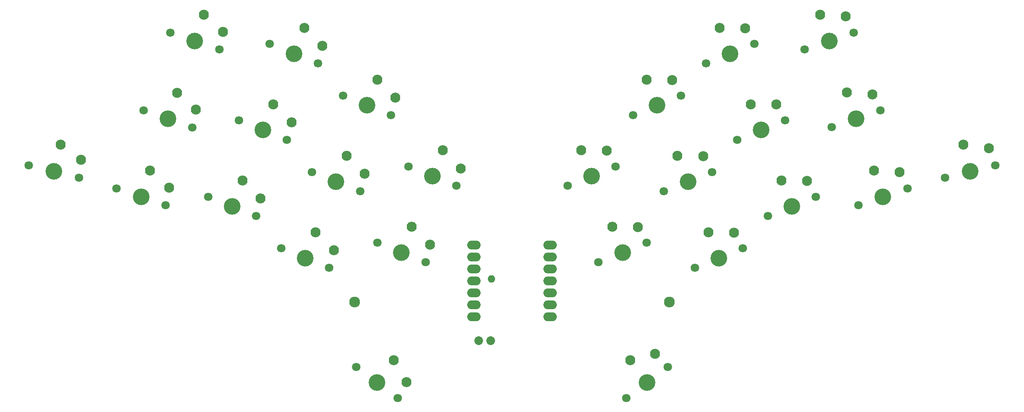
<source format=gbr>
%TF.GenerationSoftware,KiCad,Pcbnew,8.0.4*%
%TF.CreationDate,2024-07-19T09:36:53+10:00*%
%TF.ProjectId,'akohekohe,27616b6f-6865-46b6-9f68-652e6b696361,0.1*%
%TF.SameCoordinates,Original*%
%TF.FileFunction,Soldermask,Bot*%
%TF.FilePolarity,Negative*%
%FSLAX46Y46*%
G04 Gerber Fmt 4.6, Leading zero omitted, Abs format (unit mm)*
G04 Created by KiCad (PCBNEW 8.0.4) date 2024-07-19 09:36:53*
%MOMM*%
%LPD*%
G01*
G04 APERTURE LIST*
%ADD10C,1.801800*%
%ADD11C,3.529000*%
%ADD12C,2.132000*%
%ADD13C,2.300000*%
%ADD14O,2.850000X1.900000*%
%ADD15C,1.852600*%
%ADD16O,1.600000X1.600000*%
G04 APERTURE END LIST*
D10*
%TO.C,SW22*%
X206573919Y-108473645D03*
D11*
X211673418Y-106413295D03*
D12*
X209463271Y-100942926D03*
D10*
X216772917Y-104352945D03*
D12*
X214885822Y-101016954D03*
%TD*%
D10*
%TO.C,SW23*%
X222087878Y-97486976D03*
D11*
X227187377Y-95426626D03*
D12*
X224977230Y-89956257D03*
D10*
X232286876Y-93366276D03*
D12*
X230399781Y-90030285D03*
%TD*%
D13*
%TO.C,PAD1*%
X140933522Y-132006700D03*
%TD*%
D10*
%TO.C,SW27*%
X215530681Y-81258670D03*
D11*
X220630180Y-79198320D03*
D12*
X218420033Y-73727951D03*
D10*
X225729679Y-77137970D03*
D12*
X223842584Y-73801979D03*
%TD*%
D14*
%TO.C,U1*%
X166231543Y-119860642D03*
X166231507Y-122400657D03*
X166231516Y-124940672D03*
X166231527Y-127480647D03*
X166231539Y-130020650D03*
X166231524Y-132560655D03*
X166231504Y-135100635D03*
X182421497Y-135100674D03*
X182421533Y-132560659D03*
X182421524Y-130020644D03*
X182421513Y-127480669D03*
X182421501Y-124940666D03*
X182421516Y-122400661D03*
X182421536Y-119860681D03*
%TD*%
D10*
%TO.C,SW20*%
X266249103Y-105572171D03*
D11*
X271585715Y-104241587D03*
D12*
X270158401Y-98516861D03*
D10*
X276922327Y-102911003D03*
D12*
X275517881Y-99344833D03*
%TD*%
D10*
%TO.C,SW24*%
X242147292Y-94857162D03*
D11*
X247347638Y-93066534D03*
D12*
X245426812Y-87487989D03*
D10*
X252547984Y-91275906D03*
D12*
X250838058Y-87845703D03*
%TD*%
D13*
%TO.C,PAD1*%
X140933522Y-132006700D03*
%TD*%
D15*
%TO.C,D9*%
X167240000Y-140237000D03*
X169780000Y-140237000D03*
%TD*%
D10*
%TO.C,SW11*%
X109814173Y-109592053D03*
D11*
X114913678Y-111652390D03*
D12*
X117123867Y-106182039D03*
D10*
X120013183Y-113712727D03*
D12*
X120973105Y-110002103D03*
%TD*%
D10*
%TO.C,SW12*%
X125328221Y-120578702D03*
D11*
X130427726Y-122639039D03*
D12*
X132637915Y-117168688D03*
D10*
X135527231Y-124699376D03*
D12*
X136487153Y-120988752D03*
%TD*%
D10*
%TO.C,SW3*%
X138439454Y-88127220D03*
D11*
X143538959Y-90187557D03*
D12*
X145749148Y-84717206D03*
D10*
X148638464Y-92247894D03*
D12*
X149598386Y-88537270D03*
%TD*%
D10*
%TO.C,SW28*%
X236464747Y-78323672D03*
D11*
X241665093Y-76533044D03*
D12*
X239744267Y-70954499D03*
D10*
X246865439Y-74742416D03*
D12*
X245155513Y-71312213D03*
%TD*%
D10*
%TO.C,SW18*%
X228643468Y-113712732D03*
D11*
X233742967Y-111652382D03*
D12*
X231532820Y-106182013D03*
D10*
X238842466Y-109592032D03*
D12*
X236955371Y-106256041D03*
%TD*%
D10*
%TO.C,SW19*%
X247851426Y-111409963D03*
D11*
X253051772Y-109619335D03*
D12*
X251130946Y-104040790D03*
D10*
X258252118Y-107828707D03*
D12*
X256542192Y-104398504D03*
%TD*%
D10*
%TO.C,S26*%
X198570986Y-152366188D03*
D11*
X202963481Y-149056205D03*
D10*
X207355976Y-145746222D03*
D12*
X204669761Y-143012315D03*
X199412772Y-144344255D03*
%TD*%
D10*
%TO.C,SW5*%
X96102036Y-91282088D03*
D11*
X101302404Y-93072716D03*
D12*
X103223265Y-87494194D03*
D10*
X106502772Y-94863344D03*
D12*
X107267156Y-91107565D03*
%TD*%
D10*
%TO.C,SW15*%
X198570987Y-152366186D03*
D11*
X202963481Y-149056205D03*
D12*
X199412814Y-144344272D03*
D10*
X207355975Y-145746224D03*
D12*
X204669746Y-143012303D03*
%TD*%
D16*
%TO.C,*%
X169985514Y-127059596D03*
%TD*%
D10*
%TO.C,SW6*%
X116369837Y-93366283D03*
D11*
X121469342Y-95426620D03*
D12*
X123679531Y-89956269D03*
D10*
X126568847Y-97486957D03*
D12*
X127528769Y-93776333D03*
%TD*%
D10*
%TO.C,SW14*%
X141300756Y-145746221D03*
D11*
X145693250Y-149056205D03*
D12*
X149243954Y-144344298D03*
D10*
X150085744Y-152366189D03*
D12*
X151973332Y-149030447D03*
%TD*%
D10*
%TO.C,SW1*%
X101799483Y-74735517D03*
D11*
X106999851Y-76526145D03*
D12*
X108920712Y-70947623D03*
D10*
X112200219Y-78316773D03*
D12*
X112964603Y-74560994D03*
%TD*%
D13*
%TO.C,PAD1*%
X207723209Y-132006700D03*
%TD*%
D10*
%TO.C,SW21*%
X192698827Y-123516724D03*
D11*
X197798326Y-121456374D03*
D12*
X195588179Y-115986005D03*
D10*
X202897825Y-119396024D03*
D12*
X201010730Y-116060033D03*
%TD*%
D10*
%TO.C,SW25*%
X186139761Y-107288951D03*
D11*
X191239260Y-105228601D03*
D12*
X189029113Y-99758232D03*
D10*
X196338759Y-103168251D03*
D12*
X194451664Y-99832260D03*
%TD*%
D10*
%TO.C,SW9*%
X71734396Y-102911011D03*
D11*
X77071016Y-104241587D03*
D12*
X78498372Y-98516878D03*
D10*
X82407636Y-105572163D03*
D12*
X82841797Y-101764056D03*
%TD*%
D10*
%TO.C,SW2*%
X122925455Y-77140586D03*
D11*
X128024960Y-79200923D03*
D12*
X130235149Y-73730572D03*
D10*
X133124465Y-81261260D03*
D12*
X134084387Y-77550636D03*
%TD*%
D10*
%TO.C,SW17*%
X213129506Y-124699364D03*
D11*
X218229005Y-122639014D03*
D12*
X216018858Y-117168645D03*
D10*
X223328504Y-120578664D03*
D12*
X221441409Y-117242673D03*
%TD*%
D10*
%TO.C,SW26*%
X200024702Y-92252071D03*
D11*
X205124201Y-90191721D03*
D12*
X202914054Y-84721352D03*
D10*
X210223700Y-88131371D03*
D12*
X208336605Y-84795380D03*
%TD*%
D10*
%TO.C,SW10*%
X90404573Y-107828685D03*
D11*
X95604941Y-109619313D03*
D12*
X97525802Y-104040791D03*
D10*
X100805309Y-111409941D03*
D12*
X101569693Y-107654162D03*
%TD*%
D10*
%TO.C,SW4*%
X152314546Y-103170344D03*
D11*
X157414051Y-105230681D03*
D12*
X159624240Y-99760330D03*
D10*
X162513556Y-107291018D03*
D12*
X163473478Y-103580394D03*
%TD*%
D10*
%TO.C,SW7*%
X131883803Y-104352965D03*
D11*
X136983308Y-106413302D03*
D12*
X139193497Y-100942951D03*
D10*
X142082813Y-108473639D03*
D12*
X143042735Y-104763015D03*
%TD*%
D10*
%TO.C,S25*%
X141300755Y-145746222D03*
D11*
X145693250Y-149056205D03*
D10*
X150085745Y-152366188D03*
D12*
X151973325Y-149030465D03*
X149243959Y-144344255D03*
%TD*%
D10*
%TO.C,SW8*%
X145758922Y-119396066D03*
D11*
X150858427Y-121456403D03*
D12*
X153068616Y-115986052D03*
D10*
X155957932Y-123516740D03*
D12*
X156917854Y-119806116D03*
%TD*%
M02*

</source>
